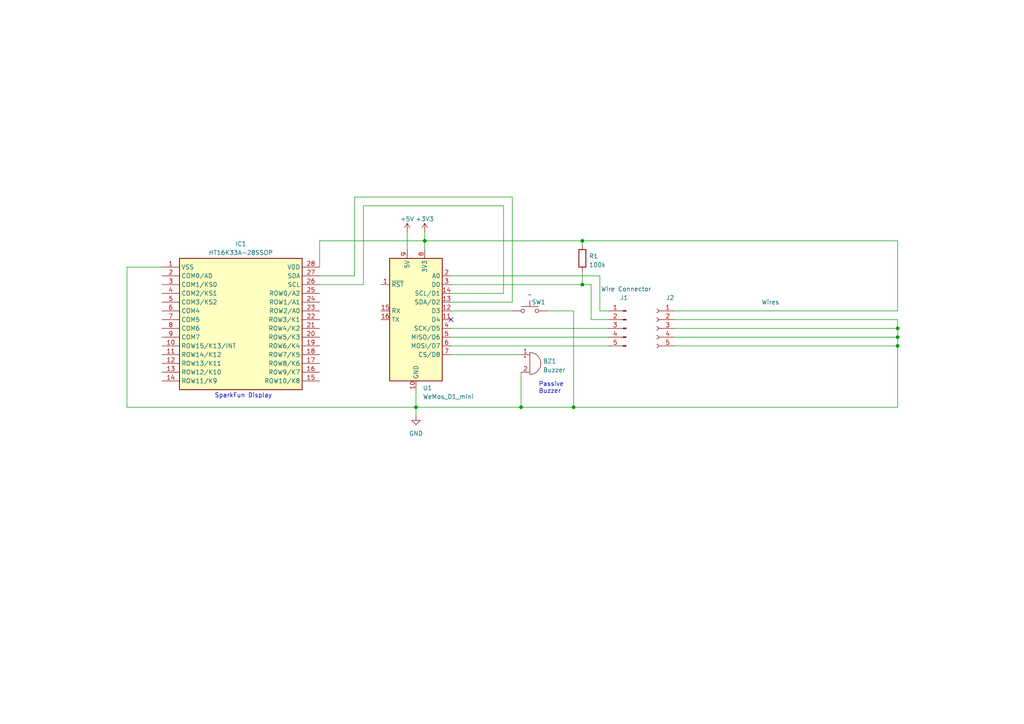
<source format=kicad_sch>
(kicad_sch (version 20230121) (generator eeschema)
  (paper "A4")
  (title_block (title "HackTheBom Schematic") (date "2024-09-22") (rev "1.0") (company "Avans Applied University of Science") (comment 1 "Maurice Snoeren"))
  (lib_symbols
    (symbol "Connector:Conn_01x05_Pin" (pin_names (offset 1.016) hide)
      (property "Reference" "J" (at 0 7.62 0))
      (property "Value" "Conn_01x05_Pin" (at 0 -7.62 0))
      (symbol "Conn_01x05_Pin_1_1"
        (polyline (pts (xy 1.27 -5.08) (xy 0.8636 -5.08)) (stroke (width 0.1524)))
        (polyline (pts (xy 1.27 -2.54) (xy 0.8636 -2.54)) (stroke (width 0.1524)))
        (polyline (pts (xy 1.27 0) (xy 0.8636 0)) (stroke (width 0.1524)))
        (polyline (pts (xy 1.27 2.54) (xy 0.8636 2.54)) (stroke (width 0.1524)))
        (polyline (pts (xy 1.27 5.08) (xy 0.8636 5.08)) (stroke (width 0.1524)))
        (rectangle (start 0.8636 -4.953) (end 0 -5.207) (stroke (width 0.1524)) (fill (type outline)))
        (rectangle (start 0.8636 -2.413) (end 0 -2.667) (stroke (width 0.1524)) (fill (type outline)))
        (rectangle (start 0.8636 0.127) (end 0 -0.127) (stroke (width 0.1524)) (fill (type outline)))
        (rectangle (start 0.8636 2.667) (end 0 2.413) (stroke (width 0.1524)) (fill (type outline)))
        (rectangle (start 0.8636 5.207) (end 0 4.953) (stroke (width 0.1524)) (fill (type outline)))
        (pin passive line (at 5.08 5.08 180) (length 3.81) (name "Pin_1") (number "1"))
        (pin passive line (at 5.08 2.54 180) (length 3.81) (name "Pin_2") (number "2"))
        (pin passive line (at 5.08 0 180) (length 3.81) (name "Pin_3") (number "3"))
        (pin passive line (at 5.08 -2.54 180) (length 3.81) (name "Pin_4") (number "4"))
        (pin passive line (at 5.08 -5.08 180) (length 3.81) (name "Pin_5") (number "5"))
      )
    )
    (symbol "Connector:Conn_01x05_Socket" (pin_names (offset 1.016) hide)
      (property "Reference" "J" (at 0 7.62 0))
      (property "Value" "Conn_01x05_Socket" (at 0 -7.62 0))
      (symbol "Conn_01x05_Socket_1_1"
        (arc (start 0 -4.572) (mid -0.5058 -5.08) (end 0 -5.588) (stroke (width 0.1524)))
        (arc (start 0 -2.032) (mid -0.5058 -2.54) (end 0 -3.048) (stroke (width 0.1524)))
        (polyline (pts (xy -1.27 -5.08) (xy -0.508 -5.08)) (stroke (width 0.1524)))
        (polyline (pts (xy -1.27 -2.54) (xy -0.508 -2.54)) (stroke (width 0.1524)))
        (polyline (pts (xy -1.27 0) (xy -0.508 0)) (stroke (width 0.1524)))
        (polyline (pts (xy -1.27 2.54) (xy -0.508 2.54)) (stroke (width 0.1524)))
        (polyline (pts (xy -1.27 5.08) (xy -0.508 5.08)) (stroke (width 0.1524)))
        (arc (start 0 0.508) (mid -0.5058 0) (end 0 -0.508) (stroke (width 0.1524)))
        (arc (start 0 3.048) (mid -0.5058 2.54) (end 0 2.032) (stroke (width 0.1524)))
        (arc (start 0 5.588) (mid -0.5058 5.08) (end 0 4.572) (stroke (width 0.1524)))
        (pin passive line (at -5.08 5.08 0) (length 3.81) (name "Pin_1") (number "1"))
        (pin passive line (at -5.08 2.54 0) (length 3.81) (name "Pin_2") (number "2"))
        (pin passive line (at -5.08 0 0) (length 3.81) (name "Pin_3") (number "3"))
        (pin passive line (at -5.08 -2.54 0) (length 3.81) (name "Pin_4") (number "4"))
        (pin passive line (at -5.08 -5.08 0) (length 3.81) (name "Pin_5") (number "5"))
      )
    )
    (symbol "Device:Buzzer" (pin_names (offset 0.0254) hide)
      (property "Reference" "BZ" (at 3.81 1.27 0))
      (property "Value" "Buzzer" (at 3.81 -1.27 0))
      (symbol "Buzzer_0_1"
        (arc (start 0 -3.175) (mid 3.1612 0) (end 0 3.175))
        (polyline (pts (xy -1.651 1.905) (xy -1.143 1.905)))
        (polyline (pts (xy -1.397 2.159) (xy -1.397 1.651)))
        (polyline (pts (xy 0 3.175) (xy 0 -3.175)))
      )
      (symbol "Buzzer_1_1"
        (pin passive line (at -2.54 2.54 0) (length 2.54) (name "-") (number "1"))
        (pin passive line (at -2.54 -2.54 0) (length 2.54) (name "+") (number "2"))
      )
    )
    (symbol "Device:R" (pin_numbers hide) (pin_names (offset 0))
      (property "Reference" "R" (at 2.032 0 90))
      (property "Value" "R" (at 0 0 90))
      (symbol "R_0_1"
        (rectangle (start -1.016 -2.54) (end 1.016 2.54) (stroke (width 0.254)))
      )
      (symbol "R_1_1"
        (pin passive line (at 0 3.81 270) (length 1.27) (name "~") (number "1"))
        (pin passive line (at 0 -3.81 90) (length 1.27) (name "~") (number "2"))
      )
    )
    (symbol "MCU_Module:WeMos_D1_mini"
      (property "Reference" "U" (at 3.81 19.05 0))
      (property "Value" "WeMos_D1_mini" (at 1.27 -19.05 0))
      (symbol "WeMos_D1_mini_1_1"
        (rectangle (start -7.62 17.78) (end 7.62 -17.78) (stroke (width 0.254)) (fill (type background)))
        (pin input line (at -10.16 10.16 0) (length 2.54) (name "~{RST}") (number "1"))
        (pin power_in line (at 0 -20.32 90) (length 2.54) (name "GND") (number "10"))
        (pin bidirectional line (at 10.16 0 180) (length 2.54) (name "D4") (number "11"))
        (pin bidirectional line (at 10.16 2.54 180) (length 2.54) (name "D3") (number "12"))
        (pin bidirectional line (at 10.16 5.08 180) (length 2.54) (name "SDA/D2") (number "13"))
        (pin bidirectional line (at 10.16 7.62 180) (length 2.54) (name "SCL/D1") (number "14"))
        (pin input line (at -10.16 2.54 0) (length 2.54) (name "RX") (number "15"))
        (pin output line (at -10.16 0 0) (length 2.54) (name "TX") (number "16"))
        (pin input line (at 10.16 12.7 180) (length 2.54) (name "A0") (number "2"))
        (pin bidirectional line (at 10.16 10.16 180) (length 2.54) (name "D0") (number "3"))
        (pin bidirectional line (at 10.16 -2.54 180) (length 2.54) (name "SCK/D5") (number "4"))
        (pin bidirectional line (at 10.16 -5.08 180) (length 2.54) (name "MISO/D6") (number "5"))
        (pin bidirectional line (at 10.16 -7.62 180) (length 2.54) (name "MOSI/D7") (number "6"))
        (pin bidirectional line (at 10.16 -10.16 180) (length 2.54) (name "CS/D8") (number "7"))
        (pin power_out line (at 2.54 20.32 270) (length 2.54) (name "3V3") (number "8"))
        (pin power_in line (at -2.54 20.32 270) (length 2.54) (name "5V") (number "9"))
      )
    )
    (symbol "SamacSys_Parts:HT16K33A-28SSOP"
      (property "Reference" "IC" (at 41.91 7.62 0))
      (property "Value" "HT16K33A-28SSOP" (at 41.91 5.08 0))
      (symbol "HT16K33A-28SSOP_1_1"
        (rectangle (start 5.08 2.54) (end 40.64 -35.56) (stroke (width 0.254)) (fill (type background)))
        (pin passive line (at 0 0 0) (length 5.08) (name "VSS") (number "1"))
        (pin passive line (at 0 -22.86 0) (length 5.08) (name "ROW15/K13/INT") (number "10"))
        (pin passive line (at 0 -25.4 0) (length 5.08) (name "ROW14/K12") (number "11"))
        (pin passive line (at 0 -27.94 0) (length 5.08) (name "ROW13/K11") (number "12"))
        (pin passive line (at 0 -30.48 0) (length 5.08) (name "ROW12/K10") (number "13"))
        (pin passive line (at 0 -33.02 0) (length 5.08) (name "ROW11/K9") (number "14"))
        (pin passive line (at 45.72 -33.02 180) (length 5.08) (name "ROW10/K8") (number "15"))
        (pin passive line (at 45.72 -30.48 180) (length 5.08) (name "ROW9/K7") (number "16"))
        (pin passive line (at 45.72 -27.94 180) (length 5.08) (name "ROW8/K6") (number "17"))
        (pin passive line (at 45.72 -25.4 180) (length 5.08) (name "ROW7/K5") (number "18"))
        (pin passive line (at 45.72 -22.86 180) (length 5.08) (name "ROW6/K4") (number "19"))
        (pin passive line (at 0 -2.54 0) (length 5.08) (name "COM0/AD") (number "2"))
        (pin passive line (at 45.72 -20.32 180) (length 5.08) (name "ROW5/K3") (number "20"))
        (pin passive line (at 45.72 -17.78 180) (length 5.08) (name "ROW4/K2") (number "21"))
        (pin passive line (at 45.72 -15.24 180) (length 5.08) (name "ROW3/K1") (number "22"))
        (pin passive line (at 45.72 -12.7 180) (length 5.08) (name "ROW2/A0") (number "23"))
        (pin passive line (at 45.72 -10.16 180) (length 5.08) (name "ROW1/A1") (number "24"))
        (pin passive line (at 45.72 -7.62 180) (length 5.08) (name "ROW0/A2") (number "25"))
        (pin passive line (at 45.72 -5.08 180) (length 5.08) (name "SCL") (number "26"))
        (pin passive line (at 45.72 -2.54 180) (length 5.08) (name "SDA") (number "27"))
        (pin passive line (at 45.72 0 180) (length 5.08) (name "VDD") (number "28"))
        (pin passive line (at 0 -5.08 0) (length 5.08) (name "COM1/KS0") (number "3"))
        (pin passive line (at 0 -7.62 0) (length 5.08) (name "COM2/KS1") (number "4"))
        (pin passive line (at 0 -10.16 0) (length 5.08) (name "COM3/KS2") (number "5"))
        (pin passive line (at 0 -12.7 0) (length 5.08) (name "COM4") (number "6"))
        (pin passive line (at 0 -15.24 0) (length 5.08) (name "COM5") (number "7"))
        (pin passive line (at 0 -17.78 0) (length 5.08) (name "COM6") (number "8"))
        (pin passive line (at 0 -20.32 0) (length 5.08) (name "COM7") (number "9"))
      )
    )
    (symbol "Switch:SW_MEC_5G" (pin_numbers hide) (pin_names (offset 1.016) hide)
      (property "Reference" "SW" (at 1.27 2.54 0))
      (property "Value" "SW_MEC_5G" (at 0 -1.524 0))
      (symbol "SW_MEC_5G_0_1"
        (circle (center -2.032 0) (radius 0.508))
        (polyline (pts (xy 0 1.27) (xy 0 3.048)))
        (polyline (pts (xy 2.54 1.27) (xy -2.54 1.27)))
        (circle (center 2.032 0) (radius 0.508))
        (pin passive line (at -5.08 0 0) (length 2.54) (name "A") (number "1"))
        (pin passive line (at 5.08 0 180) (length 2.54) (name "B") (number "3"))
      )
      (symbol "SW_MEC_5G_1_1"
        (pin passive line (at -5.08 0 0) (length 2.54) hide (name "A") (number "2"))
        (pin passive line (at 5.08 0 180) (length 2.54) hide (name "B") (number "4"))
      )
    )
    (symbol "power:+3V3" (power) (pin_names (offset 0))
      (property "Value" "+3V3" (at 0 3.556 0))
      (symbol "+3V3_0_1"
        (polyline (pts (xy -0.762 1.27) (xy 0 2.54)))
        (polyline (pts (xy 0 0) (xy 0 2.54)))
        (polyline (pts (xy 0 2.54) (xy 0.762 1.27)))
      )
      (symbol "+3V3_1_1"
        (pin power_in line (at 0 0 90) (length 0) hide (name "+3V3") (number "1"))
      )
    )
    (symbol "power:+5V" (power) (pin_names (offset 0))
      (property "Value" "+5V" (at 0 3.556 0))
      (symbol "+5V_0_1"
        (polyline (pts (xy -0.762 1.27) (xy 0 2.54)))
        (polyline (pts (xy 0 0) (xy 0 2.54)))
        (polyline (pts (xy 0 2.54) (xy 0.762 1.27)))
      )
      (symbol "+5V_1_1"
        (pin power_in line (at 0 0 90) (length 0) hide (name "+5V") (number "1"))
      )
    )
    (symbol "power:GND" (power) (pin_names (offset 0))
      (property "Value" "GND" (at 0 -3.81 0))
      (symbol "GND_0_1"
        (polyline (pts (xy 0 0) (xy 0 -1.27) (xy 1.27 -1.27) (xy 0 -2.54) (xy -1.27 -1.27) (xy 0 -1.27)))
      )
      (symbol "GND_1_1"
        (pin power_in line (at 0 0 270) (length 0) hide (name "GND") (number "1"))
      )
    )
  )
  (junction (at 168.91 69.85))
  (junction (at 168.91 82.55))
  (junction (at 260.35 97.79))
  (junction (at 120.65 118.11))
  (junction (at 151.13 118.11))
  (junction (at 260.35 95.25))
  (junction (at 166.37 118.11))
  (junction (at 123.19 69.85))
  (junction (at 260.35 100.33))
  (no_connect (at 130.81 92.71))
  (wire (pts (xy 168.91 82.55) (xy 171.45 82.55)))
  (wire (pts (xy 130.81 97.79) (xy 176.53 97.79)))
  (wire (pts (xy 102.87 80.01) (xy 92.71 80.01)))
  (wire (pts (xy 105.41 82.55) (xy 92.71 82.55)))
  (wire (pts (xy 260.35 95.25) (xy 260.35 92.71)))
  (wire (pts (xy 130.81 90.17) (xy 148.59 90.17)))
  (wire (pts (xy 130.81 82.55) (xy 168.91 82.55)))
  (wire (pts (xy 120.65 113.03) (xy 120.65 118.11)))
  (wire (pts (xy 195.58 95.25) (xy 260.35 95.25)))
  (wire (pts (xy 158.75 90.17) (xy 166.37 90.17)))
  (wire (pts (xy 148.59 57.15) (xy 102.87 57.15)))
  (wire (pts (xy 130.81 80.01) (xy 173.99 80.01)))
  (wire (pts (xy 92.71 69.85) (xy 123.19 69.85)))
  (wire (pts (xy 168.91 71.12) (xy 168.91 69.85)))
  (wire (pts (xy 195.58 97.79) (xy 260.35 97.79)))
  (wire (pts (xy 148.59 57.15) (xy 148.59 87.63)))
  (wire (pts (xy 195.58 100.33) (xy 260.35 100.33)))
  (wire (pts (xy 146.05 59.69) (xy 105.41 59.69)))
  (wire (pts (xy 146.05 85.09) (xy 130.81 85.09)))
  (wire (pts (xy 168.91 78.74) (xy 168.91 82.55)))
  (wire (pts (xy 92.71 69.85) (xy 92.71 77.47)))
  (wire (pts (xy 166.37 90.17) (xy 166.37 118.11)))
  (wire (pts (xy 173.99 90.17) (xy 176.53 90.17)))
  (wire (pts (xy 102.87 57.15) (xy 102.87 80.01)))
  (wire (pts (xy 36.83 77.47) (xy 36.83 118.11)))
  (wire (pts (xy 173.99 80.01) (xy 173.99 90.17)))
  (wire (pts (xy 123.19 69.85) (xy 123.19 72.39)))
  (wire (pts (xy 130.81 100.33) (xy 176.53 100.33)))
  (wire (pts (xy 46.99 77.47) (xy 36.83 77.47)))
  (wire (pts (xy 260.35 100.33) (xy 260.35 97.79)))
  (wire (pts (xy 130.81 102.87) (xy 151.13 102.87)))
  (wire (pts (xy 260.35 69.85) (xy 260.35 90.17)))
  (wire (pts (xy 105.41 59.69) (xy 105.41 82.55)))
  (wire (pts (xy 130.81 87.63) (xy 148.59 87.63)))
  (wire (pts (xy 166.37 118.11) (xy 260.35 118.11)))
  (wire (pts (xy 130.81 95.25) (xy 176.53 95.25)))
  (wire (pts (xy 166.37 118.11) (xy 151.13 118.11)))
  (wire (pts (xy 123.19 69.85) (xy 168.91 69.85)))
  (wire (pts (xy 151.13 107.95) (xy 151.13 118.11)))
  (wire (pts (xy 120.65 118.11) (xy 120.65 120.65)))
  (wire (pts (xy 168.91 69.85) (xy 260.35 69.85)))
  (wire (pts (xy 171.45 92.71) (xy 176.53 92.71)))
  (wire (pts (xy 260.35 118.11) (xy 260.35 100.33)))
  (wire (pts (xy 123.19 67.31) (xy 123.19 69.85)))
  (wire (pts (xy 118.11 67.31) (xy 118.11 72.39)))
  (wire (pts (xy 171.45 82.55) (xy 171.45 92.71)))
  (wire (pts (xy 260.35 90.17) (xy 195.58 90.17)))
  (wire (pts (xy 146.05 59.69) (xy 146.05 85.09)))
  (wire (pts (xy 120.65 118.11) (xy 151.13 118.11)))
  (wire (pts (xy 36.83 118.11) (xy 120.65 118.11)))
  (wire (pts (xy 260.35 92.71) (xy 195.58 92.71)))
  (wire (pts (xy 260.35 97.79) (xy 260.35 95.25)))
  (text "Passive\nBuzzer" (at 156.21 114.3 0) (effects (font (size 1.27 1.27)) (justify left bottom)))
  (text "SparkFun Display" (at 62.23 115.57 0) (effects (font (size 1.27 1.27)) (justify left bottom)))
  (symbol (lib_id "Switch:SW_MEC_5G") (at 153.67 90.17 0) (unit 1)
    (property "Reference" "SW1" (at 156.21 87.63 0))
    (property "Value" "~" (at 153.67 85.471 0))
    (property "Datasheet" "http://www.apem.com/int/index.php?controller=attachment&id_attachment=488" (effects hide))
  )
  (symbol (lib_id "power:GND") (at 120.65 120.65 0) (unit 1)
    (property "Reference" "#PWR01" (effects hide))
    (property "Value" "GND" (at 120.65 125.73 0))
  )
  (symbol (lib_id "MCU_Module:WeMos_D1_mini") (at 120.65 92.71 0) (unit 1)
    (property "Reference" "U1" (at 122.6059 112.522 0) (effects (justify left)))
    (property "Value" "WeMos_D1_mini" (at 122.6059 115.062 0) (effects (justify left)))
    (property "Footprint" "Module:WEMOS_D1_mini_light" (effects hide))
    (property "Datasheet" "https://wiki.wemos.cc/products:d1:d1_mini#documentation" (effects hide))
  )
  (symbol (lib_id "Connector:Conn_01x05_Socket") (at 190.5 95.25 0) (mirror y) (unit 1)
    (property "Reference" "J2" (at 195.58 86.36 0) (effects (justify left)))
    (property "Value" "Wires" (at 226.06 87.63 0) (effects (justify left)))
  )
  (symbol (lib_id "Device:Buzzer") (at 153.67 105.41 0) (unit 1)
    (property "Reference" "BZ1" (at 157.48 104.775 0) (effects (justify left)))
    (property "Value" "Buzzer" (at 157.48 107.315 0) (effects (justify left)))
  )
  (symbol (lib_id "Connector:Conn_01x05_Pin") (at 181.61 95.25 0) (mirror y) (unit 1)
    (property "Reference" "J1" (at 180.975 86.36 0))
    (property "Value" "Wire Connector" (at 181.61 83.82 0))
  )
  (symbol (lib_id "power:+5V") (at 118.11 67.31 0) (unit 1)
    (property "Reference" "#PWR03" (effects hide))
    (property "Value" "+5V" (at 118.11 63.5 0))
  )
  (symbol (lib_id "Device:R") (at 168.91 74.93 0) (unit 1)
    (property "Reference" "R1" (at 170.815 74.295 0) (effects (justify left)))
    (property "Value" "100k" (at 170.815 76.835 0) (effects (justify left)))
  )
  (symbol (lib_id "SamacSys_Parts:HT16K33A-28SSOP") (at 46.99 77.47 0) (unit 1)
    (property "Reference" "IC1" (at 69.85 70.739 0))
    (property "Value" "HT16K33A-28SSOP" (at 69.85 73.279 0))
    (property "Footprint" "SOP64P600X175-28N" (effects hide))
    (property "Datasheet" "https://akizukidenshi.com/goodsaffix/HT16K33A.pdf" (effects hide))
    (property "Height" "1.75" (effects hide))
    (property "Manufacturer_Name" "Holmate Technology Corp. (Holtek)" (effects hide))
    (property "Manufacturer_Part_Number" "HT16K33A-28SSOP" (effects hide))
  )
  (symbol (lib_id "power:+3V3") (at 123.19 67.31 0) (unit 1)
    (property "Reference" "#PWR02" (effects hide))
    (property "Value" "+3V3" (at 123.19 63.5 0))
  )
)
</source>
